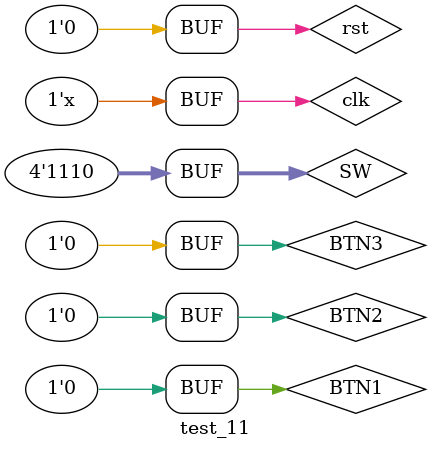
<source format=v>
`timescale 1ns / 1ps
module test_11;

	// Inputs
	reg clk;
	reg rst;
	reg BTN3;
	reg BTN2;
	reg BTN1;
	reg [3:0] SW;

	// Outputs
	wire [7:0] LED;
	wire [6:0] digit4;
	wire [6:0] digit3;
	wire [6:0] digit2;
	wire [6:0] digit1;

	// Instantiate the Unit Under Test (UUT)
	atm_board uut (
		.clk(clk), 
		.rst(rst), 
		.BTN3(BTN3), 
		.BTN2(BTN2), 
		.BTN1(BTN1), 
		.SW(SW), 
		.LED(LED), 
		.digit4(digit4), 
		.digit3(digit3), 
		.digit2(digit2), 
		.digit1(digit1)
	);
	
always #5 clk = ~clk;

initial
begin
    // initilization
    clk  = 0;
    rst  = 0;
    BTN3 = 0;
    BTN2 = 0;
    BTN1 = 0;
    SW   = 0;
    
    // global resetff
    #100;
    
    // ------------------------- Scenario starts here -------------------------
    
    // ----- a.reset the circuit
    rst = 1;
    #20; 
    rst = 0;
    #20;
    
    // ------------- b.Inset the debit card by pressing BTN3
    BTN3 = 1;       // press BTN3
    #10;            // one clock
    BTN3 = 0;       // release BTN3
    #10;            // one clock
    
    #30;            // wait for some random time (we used 3 clock cycles delay, you can change it)
    /* This random wait time is used to mimic waiting times between push button operations */
    
    // ------------- c.Enter the password correctly and go to the ATM menu state
    SW   = 4'b0000; // set password
    BTN3 = 1;       // press BTN3
    #10;
    BTN3 = 0;       // release BTN3
    #10;
    
    #30;            // wait for some random time
    
    // ------------- d.Go to the money operation state by pressing BTN3
    BTN3 = 1;       // press BTN3
    #10;
    BTN3 = 0;       // release BTN3
    #10;
    
    #30;            // wait for some random time
    
    // ------------- e.Deposit 5 into your account (by setting the SW and pressing BTN3)
    SW   = 4'b0101; // set amount of money to 5
    BTN3 = 1;       // press BTN3
    #10;
    BTN3 = 0;       // release BTN3
    #10;
    
    #30;            // wait for some random time
    
    // ------------- f.Go back to the ATM menu by pressing BTN1
    BTN1 = 1;       // press BTN1
    #10;
    BTN1 = 0;       // release BTN1
    #10;
    
    #30;            // wait for some random time
    
    // ------------- g.Go to password change state by pressing BTN2
    BTN2 = 1;       // press BTN2
    #10;
    BTN2 = 0;       // release BTN2
    #10;
    
    #30;            // wait for some random time
    
    // ------------- h.Enter the current password correctly (by setting the SW and pressing BTN3)
    SW   = 4'b0000; // set the password
    BTN3 = 1;       // press BTN3
    #10;
    BTN3 = 0;       // release BTN3
    #10;
    
    #30;            // wait for some random time
    
    // ------------- i.Enter the new password (by setting the SW and pressing BTN3)
    SW   = 4'b1001; // set the new password (let's say it is 1001)
    BTN3 = 1;       // press BTN3
    #10;
    BTN3 = 0;       // release BTN3
    #10;
    
    #30;            // wait for some random time
    
    // ------------- j.Log out from the ATM by pressing BTN1
    BTN1 = 1;       // press BTN1
    #10;
    BTN1 = 0;       // release BTN1
    #10;
    
    #30;            // wait for some random time
    
    // ------------- k.Inset the debit card by pressing BTN3
    BTN3 = 1;       // press BTN3
    #10;
    BTN3 = 0;       // release BTN3
    #10;
    
    #30;            // wait for some random time
    
    // ------------- l.Enter the password wrong for 3 times (by setting the SW and pressing BTN3)
    // ------ first try
    SW   = 4'b0000; // set wrong password
    BTN3 = 1;       // press BTN3
    #10;
    BTN3 = 0;       // release BTN3
    #10;
    #30;            // wait for some random time
    // ------ second try
    SW   = 4'b0100; // set wrong password
    BTN3 = 1;       // press BTN3
    #10;
    BTN3 = 0;       // release BTN3
    #10;
    #30;            // wait for some random time
    // ------ third try
    SW   = 4'b0010; // set wrong password
    BTN3 = 1;       // press BTN3
    #10;
    BTN3 = 0;       // release BTN3
    #10;
    #30;            // wait for some random time
    
    /*
    Here your circuit should be locked for 5 seconds.
    You'll implement timer for realizing wait operation.
    */
    
    #(100*10);       // wait 80 clock cycles for lock operation (you should change this delay time based on your design)
    
    // ------------- m.Inset the debit card by pressing BTN3
    BTN3 = 1;       // press BTN3
    #10;            // one clock
    BTN3 = 0;       // release BTN3
    #10;            // one clock
    
    #30;            // wait for some random time
    
    // ------------- n.Enter the password correctly and go to the ATM menu state (by setting the SW and pressing BTN3)
    SW   = 4'b1001; // set password
    BTN3 = 1;       // press BTN3
    #10;
    BTN3 = 0;       // release BTN3
    #10;
    
    #30;            // wait for some random time
    
    // ------------- o.Go to the money operation state by pressing BTN3
    BTN3 = 1;       // press BTN3
    #10;
    BTN3 = 0;       // release BTN3
    #10;
    
    #30;            // wait for some random time
    
    // ------------- p.Withdraw 4 from your account (by setting the SW and pressing BTN2)
    SW   = 4'b0100; // set amount of money to 4
    BTN2 = 1;       // press BTN2
    #10;
    BTN2 = 0;       // release BTN2
    #10;
    
    #30;            // wait for some random time
    
    // ------------- q.Withdraw 2 from your account (by setting the SW and pressing BTN2)
    SW   = 4'b0010; // set amount of money to 4
    BTN2 = 1;       // press BTN2
    #10;
    BTN2 = 0;       // release BTN2
    #10;
    
    #30;            // wait for some random time
    
    /*
    Due to insufficient balance in your account 
    (you have 1 in your account but you try to witdraw 2)
    Your circuit should be locked for 2.5 seconds.
    You'll implement timer for realizing wait operation.
    */
    
    #(50*10);       // wait 40 clock cycles for lock operation (you should change this delay time based on your design)
    
    // ------------- r.Go back to the ATM menu state by pressing BTN1
    BTN1 = 1;       // press BTN1
    #10;
    BTN1 = 0;       // release BTN1
    #10;
    
    #30;            // wait for some random time
    
    // ------------- s.Go to the password change state by pressing BTN2
    BTN2 = 1;       // press BTN2
    #10;
    BTN2 = 0;       // release BTN2
    #10;
    
    #30;            // wait for some random time
    
    // ------------- t.Enter the current password wrong for 3 times (by setting the SW and pressing BTN3 -- you should be logged out)
    // ------ first try
    SW   = 4'b0100; // set wrong password
    BTN3 = 1;       // press BTN3
    #10;
    BTN3 = 0;       // release BTN3
    #10;
    #30;            // wait for some random time
    // ------ second try
    SW   = 4'b0000; // set wrong password
    BTN3 = 1;       // press BTN3
    #10;
    BTN3 = 0;       // release BTN3
    #10;
    #30;            // wait for some random time
    // ------ third try
    SW   = 4'b1110; // set wrong password
    BTN3 = 1;       // press BTN3
    #10;
    BTN3 = 0;       // release BTN3
    #10;
    #30;            // wait for some random time
    
    /*
    Here your circuit should be locked for 5 seconds.
    You'll implement timer for realizing wait operation.
    */
    
    #(100*10);       // wait 80 clock cycles for lock operation (you should change this delay time based on your design)
    
    // ------------------------- Scenario ends here -------------------------

end

endmodule
</source>
